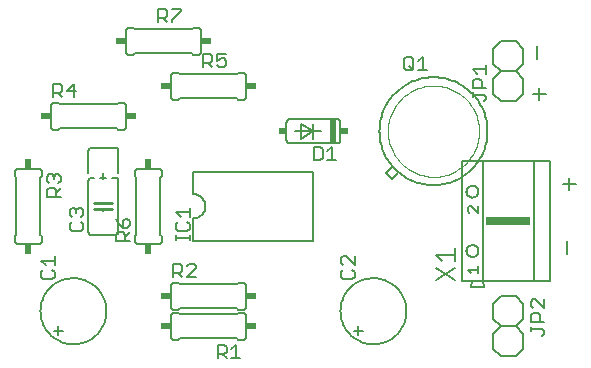
<source format=gto>
G75*
%MOIN*%
%OFA0B0*%
%FSLAX24Y24*%
%IPPOS*%
%LPD*%
%AMOC8*
5,1,8,0,0,1.08239X$1,22.5*
%
%ADD10C,0.0060*%
%ADD11C,0.0050*%
%ADD12R,0.0340X0.0240*%
%ADD13R,0.0240X0.0340*%
%ADD14R,0.0200X0.0800*%
%ADD15R,0.0250X0.0200*%
%ADD16C,0.0020*%
%ADD17C,0.0100*%
%ADD18R,0.1500X0.0300*%
%ADD19C,0.0070*%
D10*
X003145Y003640D02*
X003145Y003790D01*
X002995Y003790D01*
X003145Y003790D02*
X003145Y003940D01*
X003145Y003790D02*
X003295Y003790D01*
X002545Y004440D02*
X002547Y004506D01*
X002553Y004571D01*
X002563Y004636D01*
X002576Y004701D01*
X002594Y004764D01*
X002615Y004827D01*
X002640Y004887D01*
X002669Y004947D01*
X002701Y005004D01*
X002736Y005060D01*
X002775Y005113D01*
X002817Y005164D01*
X002861Y005212D01*
X002909Y005257D01*
X002959Y005300D01*
X003012Y005339D01*
X003067Y005376D01*
X003124Y005409D01*
X003183Y005438D01*
X003243Y005464D01*
X003305Y005486D01*
X003368Y005505D01*
X003432Y005519D01*
X003497Y005530D01*
X003563Y005537D01*
X003629Y005540D01*
X003694Y005539D01*
X003760Y005534D01*
X003825Y005525D01*
X003890Y005512D01*
X003953Y005496D01*
X004016Y005476D01*
X004077Y005451D01*
X004137Y005424D01*
X004195Y005393D01*
X004251Y005358D01*
X004305Y005320D01*
X004356Y005279D01*
X004405Y005235D01*
X004451Y005188D01*
X004495Y005139D01*
X004535Y005087D01*
X004572Y005032D01*
X004606Y004976D01*
X004636Y004917D01*
X004663Y004857D01*
X004686Y004796D01*
X004705Y004733D01*
X004721Y004669D01*
X004733Y004604D01*
X004741Y004539D01*
X004745Y004473D01*
X004745Y004407D01*
X004741Y004341D01*
X004733Y004276D01*
X004721Y004211D01*
X004705Y004147D01*
X004686Y004084D01*
X004663Y004023D01*
X004636Y003963D01*
X004606Y003904D01*
X004572Y003848D01*
X004535Y003793D01*
X004495Y003741D01*
X004451Y003692D01*
X004405Y003645D01*
X004356Y003601D01*
X004305Y003560D01*
X004251Y003522D01*
X004195Y003487D01*
X004137Y003456D01*
X004077Y003429D01*
X004016Y003404D01*
X003953Y003384D01*
X003890Y003368D01*
X003825Y003355D01*
X003760Y003346D01*
X003694Y003341D01*
X003629Y003340D01*
X003563Y003343D01*
X003497Y003350D01*
X003432Y003361D01*
X003368Y003375D01*
X003305Y003394D01*
X003243Y003416D01*
X003183Y003442D01*
X003124Y003471D01*
X003067Y003504D01*
X003012Y003541D01*
X002959Y003580D01*
X002909Y003623D01*
X002861Y003668D01*
X002817Y003716D01*
X002775Y003767D01*
X002736Y003820D01*
X002701Y003876D01*
X002669Y003933D01*
X002640Y003993D01*
X002615Y004053D01*
X002594Y004116D01*
X002576Y004179D01*
X002563Y004244D01*
X002553Y004309D01*
X002547Y004374D01*
X002545Y004440D01*
X002495Y006690D02*
X001795Y006690D01*
X001778Y006692D01*
X001761Y006696D01*
X001745Y006703D01*
X001731Y006713D01*
X001718Y006726D01*
X001708Y006740D01*
X001701Y006756D01*
X001697Y006773D01*
X001695Y006790D01*
X001695Y006940D01*
X001745Y006990D01*
X001745Y008890D01*
X001695Y008940D01*
X001695Y009090D01*
X001697Y009107D01*
X001701Y009124D01*
X001708Y009140D01*
X001718Y009154D01*
X001731Y009167D01*
X001745Y009177D01*
X001761Y009184D01*
X001778Y009188D01*
X001795Y009190D01*
X002495Y009190D01*
X002512Y009188D01*
X002529Y009184D01*
X002545Y009177D01*
X002559Y009167D01*
X002572Y009154D01*
X002582Y009140D01*
X002589Y009124D01*
X002593Y009107D01*
X002595Y009090D01*
X002595Y008940D01*
X002545Y008890D01*
X002545Y006990D01*
X002595Y006940D01*
X002595Y006790D01*
X002593Y006773D01*
X002589Y006756D01*
X002582Y006740D01*
X002572Y006726D01*
X002559Y006713D01*
X002545Y006703D01*
X002529Y006696D01*
X002512Y006692D01*
X002495Y006690D01*
X004145Y007090D02*
X004145Y008790D01*
X004147Y008807D01*
X004151Y008824D01*
X004158Y008840D01*
X004168Y008854D01*
X004181Y008867D01*
X004195Y008877D01*
X004211Y008884D01*
X004228Y008888D01*
X004245Y008890D01*
X004345Y008890D01*
X004545Y008890D02*
X004745Y008890D01*
X004645Y008840D02*
X004645Y009040D01*
X004945Y008890D02*
X005045Y008890D01*
X005062Y008888D01*
X005079Y008884D01*
X005095Y008877D01*
X005109Y008867D01*
X005122Y008854D01*
X005132Y008840D01*
X005139Y008824D01*
X005143Y008807D01*
X005145Y008790D01*
X005145Y007090D01*
X005143Y007073D01*
X005139Y007056D01*
X005132Y007040D01*
X005122Y007026D01*
X005109Y007013D01*
X005095Y007003D01*
X005079Y006996D01*
X005062Y006992D01*
X005045Y006990D01*
X004245Y006990D01*
X004228Y006992D01*
X004211Y006996D01*
X004195Y007003D01*
X004181Y007013D01*
X004168Y007026D01*
X004158Y007040D01*
X004151Y007056D01*
X004147Y007073D01*
X004145Y007090D01*
X004645Y007790D02*
X004645Y007840D01*
X004645Y008040D02*
X004645Y008090D01*
X005695Y008940D02*
X005745Y008890D01*
X005745Y006990D01*
X005695Y006940D01*
X005695Y006790D01*
X005697Y006773D01*
X005701Y006756D01*
X005708Y006740D01*
X005718Y006726D01*
X005731Y006713D01*
X005745Y006703D01*
X005761Y006696D01*
X005778Y006692D01*
X005795Y006690D01*
X006495Y006690D01*
X006512Y006692D01*
X006529Y006696D01*
X006545Y006703D01*
X006559Y006713D01*
X006572Y006726D01*
X006582Y006740D01*
X006589Y006756D01*
X006593Y006773D01*
X006595Y006790D01*
X006595Y006940D01*
X006545Y006990D01*
X006545Y008890D01*
X006595Y008940D01*
X006595Y009090D01*
X006593Y009107D01*
X006589Y009124D01*
X006582Y009140D01*
X006572Y009154D01*
X006559Y009167D01*
X006545Y009177D01*
X006529Y009184D01*
X006512Y009188D01*
X006495Y009190D01*
X005795Y009190D01*
X005778Y009188D01*
X005761Y009184D01*
X005745Y009177D01*
X005731Y009167D01*
X005718Y009154D01*
X005708Y009140D01*
X005701Y009124D01*
X005697Y009107D01*
X005695Y009090D01*
X005695Y008940D01*
X005145Y009040D02*
X005145Y009790D01*
X005143Y009807D01*
X005139Y009824D01*
X005132Y009840D01*
X005122Y009854D01*
X005109Y009867D01*
X005095Y009877D01*
X005079Y009884D01*
X005062Y009888D01*
X005045Y009890D01*
X004245Y009890D01*
X004228Y009888D01*
X004211Y009884D01*
X004195Y009877D01*
X004181Y009867D01*
X004168Y009854D01*
X004158Y009840D01*
X004151Y009824D01*
X004147Y009807D01*
X004145Y009790D01*
X004145Y009040D01*
X003145Y010490D02*
X003195Y010540D01*
X005095Y010540D01*
X005145Y010490D01*
X005295Y010490D01*
X005312Y010492D01*
X005329Y010496D01*
X005345Y010503D01*
X005359Y010513D01*
X005372Y010526D01*
X005382Y010540D01*
X005389Y010556D01*
X005393Y010573D01*
X005395Y010590D01*
X005395Y011290D01*
X005393Y011307D01*
X005389Y011324D01*
X005382Y011340D01*
X005372Y011354D01*
X005359Y011367D01*
X005345Y011377D01*
X005329Y011384D01*
X005312Y011388D01*
X005295Y011390D01*
X005145Y011390D01*
X005095Y011340D01*
X003195Y011340D01*
X003145Y011390D01*
X002995Y011390D01*
X002978Y011388D01*
X002961Y011384D01*
X002945Y011377D01*
X002931Y011367D01*
X002918Y011354D01*
X002908Y011340D01*
X002901Y011324D01*
X002897Y011307D01*
X002895Y011290D01*
X002895Y010590D01*
X002897Y010573D01*
X002901Y010556D01*
X002908Y010540D01*
X002918Y010526D01*
X002931Y010513D01*
X002945Y010503D01*
X002961Y010496D01*
X002978Y010492D01*
X002995Y010490D01*
X003145Y010490D01*
X005495Y012990D02*
X005645Y012990D01*
X005695Y013040D01*
X007595Y013040D01*
X007645Y012990D01*
X007795Y012990D01*
X007812Y012992D01*
X007829Y012996D01*
X007845Y013003D01*
X007859Y013013D01*
X007872Y013026D01*
X007882Y013040D01*
X007889Y013056D01*
X007893Y013073D01*
X007895Y013090D01*
X007895Y013790D01*
X007893Y013807D01*
X007889Y013824D01*
X007882Y013840D01*
X007872Y013854D01*
X007859Y013867D01*
X007845Y013877D01*
X007829Y013884D01*
X007812Y013888D01*
X007795Y013890D01*
X007645Y013890D01*
X007595Y013840D01*
X005695Y013840D01*
X005645Y013890D01*
X005495Y013890D01*
X005478Y013888D01*
X005461Y013884D01*
X005445Y013877D01*
X005431Y013867D01*
X005418Y013854D01*
X005408Y013840D01*
X005401Y013824D01*
X005397Y013807D01*
X005395Y013790D01*
X005395Y013090D01*
X005397Y013073D01*
X005401Y013056D01*
X005408Y013040D01*
X005418Y013026D01*
X005431Y013013D01*
X005445Y013003D01*
X005461Y012996D01*
X005478Y012992D01*
X005495Y012990D01*
X006895Y012290D02*
X006895Y011590D01*
X006897Y011573D01*
X006901Y011556D01*
X006908Y011540D01*
X006918Y011526D01*
X006931Y011513D01*
X006945Y011503D01*
X006961Y011496D01*
X006978Y011492D01*
X006995Y011490D01*
X007145Y011490D01*
X007195Y011540D01*
X009095Y011540D01*
X009145Y011490D01*
X009295Y011490D01*
X009312Y011492D01*
X009329Y011496D01*
X009345Y011503D01*
X009359Y011513D01*
X009372Y011526D01*
X009382Y011540D01*
X009389Y011556D01*
X009393Y011573D01*
X009395Y011590D01*
X009395Y012290D01*
X009393Y012307D01*
X009389Y012324D01*
X009382Y012340D01*
X009372Y012354D01*
X009359Y012367D01*
X009345Y012377D01*
X009329Y012384D01*
X009312Y012388D01*
X009295Y012390D01*
X009145Y012390D01*
X009095Y012340D01*
X007195Y012340D01*
X007145Y012390D01*
X006995Y012390D01*
X006978Y012388D01*
X006961Y012384D01*
X006945Y012377D01*
X006931Y012367D01*
X006918Y012354D01*
X006908Y012340D01*
X006901Y012324D01*
X006897Y012307D01*
X006895Y012290D01*
X010745Y010740D02*
X010745Y010140D01*
X010747Y010123D01*
X010751Y010106D01*
X010758Y010090D01*
X010768Y010076D01*
X010781Y010063D01*
X010795Y010053D01*
X010811Y010046D01*
X010828Y010042D01*
X010845Y010040D01*
X012445Y010040D01*
X012462Y010042D01*
X012479Y010046D01*
X012495Y010053D01*
X012509Y010063D01*
X012522Y010076D01*
X012532Y010090D01*
X012539Y010106D01*
X012543Y010123D01*
X012545Y010140D01*
X012545Y010740D01*
X012543Y010757D01*
X012539Y010774D01*
X012532Y010790D01*
X012522Y010804D01*
X012509Y010817D01*
X012495Y010827D01*
X012479Y010834D01*
X012462Y010838D01*
X012445Y010840D01*
X010845Y010840D01*
X010828Y010838D01*
X010811Y010834D01*
X010795Y010827D01*
X010781Y010817D01*
X010768Y010804D01*
X010758Y010790D01*
X010751Y010774D01*
X010747Y010757D01*
X010745Y010740D01*
X011045Y010440D02*
X011645Y010440D01*
X011645Y010690D01*
X011645Y010440D02*
X011645Y010190D01*
X011645Y010440D02*
X011245Y010190D01*
X011245Y010690D01*
X011645Y010440D01*
X011895Y010440D01*
X011645Y009090D02*
X011645Y006790D01*
X007645Y006790D01*
X007645Y007540D01*
X007684Y007542D01*
X007723Y007548D01*
X007761Y007557D01*
X007798Y007570D01*
X007834Y007587D01*
X007867Y007607D01*
X007899Y007631D01*
X007928Y007657D01*
X007954Y007686D01*
X007978Y007718D01*
X007998Y007751D01*
X008015Y007787D01*
X008028Y007824D01*
X008037Y007862D01*
X008043Y007901D01*
X008045Y007940D01*
X008043Y007979D01*
X008037Y008018D01*
X008028Y008056D01*
X008015Y008093D01*
X007998Y008129D01*
X007978Y008162D01*
X007954Y008194D01*
X007928Y008223D01*
X007899Y008249D01*
X007867Y008273D01*
X007834Y008293D01*
X007798Y008310D01*
X007761Y008323D01*
X007723Y008332D01*
X007684Y008338D01*
X007645Y008340D01*
X007645Y009090D01*
X011645Y009090D01*
X014055Y009050D02*
X014265Y008840D01*
X014475Y009050D01*
X014265Y009260D02*
X014055Y009050D01*
X013845Y010440D02*
X013847Y010524D01*
X013853Y010609D01*
X013863Y010692D01*
X013877Y010776D01*
X013894Y010858D01*
X013916Y010940D01*
X013941Y011020D01*
X013970Y011099D01*
X014003Y011177D01*
X014039Y011253D01*
X014079Y011328D01*
X014123Y011400D01*
X014169Y011471D01*
X014219Y011539D01*
X014272Y011604D01*
X014328Y011667D01*
X014387Y011728D01*
X014449Y011785D01*
X014513Y011840D01*
X014580Y011891D01*
X014649Y011940D01*
X014721Y011985D01*
X014794Y012026D01*
X014869Y012064D01*
X014946Y012099D01*
X015025Y012130D01*
X015105Y012157D01*
X015186Y012180D01*
X015268Y012200D01*
X015351Y012216D01*
X015434Y012228D01*
X015519Y012236D01*
X015603Y012240D01*
X015687Y012240D01*
X015771Y012236D01*
X015856Y012228D01*
X015939Y012216D01*
X016022Y012200D01*
X016104Y012180D01*
X016185Y012157D01*
X016265Y012130D01*
X016344Y012099D01*
X016421Y012064D01*
X016496Y012026D01*
X016569Y011985D01*
X016641Y011940D01*
X016710Y011891D01*
X016777Y011840D01*
X016841Y011785D01*
X016903Y011728D01*
X016962Y011667D01*
X017018Y011604D01*
X017071Y011539D01*
X017121Y011471D01*
X017167Y011400D01*
X017211Y011328D01*
X017251Y011253D01*
X017287Y011177D01*
X017320Y011099D01*
X017349Y011020D01*
X017374Y010940D01*
X017396Y010858D01*
X017413Y010776D01*
X017427Y010692D01*
X017437Y010609D01*
X017443Y010524D01*
X017445Y010440D01*
X017443Y010356D01*
X017437Y010271D01*
X017427Y010188D01*
X017413Y010104D01*
X017396Y010022D01*
X017374Y009940D01*
X017349Y009860D01*
X017320Y009781D01*
X017287Y009703D01*
X017251Y009627D01*
X017211Y009552D01*
X017167Y009480D01*
X017121Y009409D01*
X017071Y009341D01*
X017018Y009276D01*
X016962Y009213D01*
X016903Y009152D01*
X016841Y009095D01*
X016777Y009040D01*
X016710Y008989D01*
X016641Y008940D01*
X016569Y008895D01*
X016496Y008854D01*
X016421Y008816D01*
X016344Y008781D01*
X016265Y008750D01*
X016185Y008723D01*
X016104Y008700D01*
X016022Y008680D01*
X015939Y008664D01*
X015856Y008652D01*
X015771Y008644D01*
X015687Y008640D01*
X015603Y008640D01*
X015519Y008644D01*
X015434Y008652D01*
X015351Y008664D01*
X015268Y008680D01*
X015186Y008700D01*
X015105Y008723D01*
X015025Y008750D01*
X014946Y008781D01*
X014869Y008816D01*
X014794Y008854D01*
X014721Y008895D01*
X014649Y008940D01*
X014580Y008989D01*
X014513Y009040D01*
X014449Y009095D01*
X014387Y009152D01*
X014328Y009213D01*
X014272Y009276D01*
X014219Y009341D01*
X014169Y009409D01*
X014123Y009480D01*
X014079Y009552D01*
X014039Y009627D01*
X014003Y009703D01*
X013970Y009781D01*
X013941Y009860D01*
X013916Y009940D01*
X013894Y010022D01*
X013877Y010104D01*
X013863Y010188D01*
X013853Y010271D01*
X013847Y010356D01*
X013845Y010440D01*
X016595Y009440D02*
X017295Y009440D01*
X018995Y009440D01*
X019545Y009440D01*
X019545Y005440D01*
X018995Y005440D01*
X017295Y005440D01*
X017295Y009440D01*
X016595Y009440D02*
X016595Y005440D01*
X016945Y005440D01*
X017295Y005440D01*
X017345Y005240D01*
X016895Y005240D01*
X016945Y005440D01*
X017645Y004690D02*
X017645Y004190D01*
X017895Y003940D01*
X017645Y003690D01*
X017645Y003190D01*
X017895Y002940D01*
X018395Y002940D01*
X018645Y003190D01*
X018645Y003690D01*
X018395Y003940D01*
X017895Y003940D01*
X018395Y003940D02*
X018645Y004190D01*
X018645Y004690D01*
X018395Y004940D01*
X017895Y004940D01*
X017645Y004690D01*
X018995Y005440D02*
X018995Y009440D01*
X019963Y008684D02*
X020390Y008684D01*
X020176Y008897D02*
X020176Y008470D01*
X020082Y006790D02*
X020082Y006363D01*
X016745Y006450D02*
X016747Y006478D01*
X016753Y006505D01*
X016762Y006531D01*
X016775Y006556D01*
X016792Y006579D01*
X016811Y006599D01*
X016833Y006616D01*
X016857Y006630D01*
X016883Y006640D01*
X016910Y006647D01*
X016938Y006650D01*
X016966Y006649D01*
X016993Y006644D01*
X017020Y006635D01*
X017045Y006623D01*
X017068Y006608D01*
X017089Y006589D01*
X017107Y006568D01*
X017122Y006544D01*
X017133Y006518D01*
X017141Y006492D01*
X017145Y006464D01*
X017145Y006436D01*
X017141Y006408D01*
X017133Y006382D01*
X017122Y006356D01*
X017107Y006332D01*
X017089Y006311D01*
X017068Y006292D01*
X017045Y006277D01*
X017020Y006265D01*
X016993Y006256D01*
X016966Y006251D01*
X016938Y006250D01*
X016910Y006253D01*
X016883Y006260D01*
X016857Y006270D01*
X016833Y006284D01*
X016811Y006301D01*
X016792Y006321D01*
X016775Y006344D01*
X016762Y006369D01*
X016753Y006395D01*
X016747Y006422D01*
X016745Y006450D01*
X016745Y008430D02*
X016747Y008458D01*
X016753Y008485D01*
X016762Y008511D01*
X016775Y008536D01*
X016792Y008559D01*
X016811Y008579D01*
X016833Y008596D01*
X016857Y008610D01*
X016883Y008620D01*
X016910Y008627D01*
X016938Y008630D01*
X016966Y008629D01*
X016993Y008624D01*
X017020Y008615D01*
X017045Y008603D01*
X017068Y008588D01*
X017089Y008569D01*
X017107Y008548D01*
X017122Y008524D01*
X017133Y008498D01*
X017141Y008472D01*
X017145Y008444D01*
X017145Y008416D01*
X017141Y008388D01*
X017133Y008362D01*
X017122Y008336D01*
X017107Y008312D01*
X017089Y008291D01*
X017068Y008272D01*
X017045Y008257D01*
X017020Y008245D01*
X016993Y008236D01*
X016966Y008231D01*
X016938Y008230D01*
X016910Y008233D01*
X016883Y008240D01*
X016857Y008250D01*
X016833Y008264D01*
X016811Y008281D01*
X016792Y008301D01*
X016775Y008324D01*
X016762Y008349D01*
X016753Y008375D01*
X016747Y008402D01*
X016745Y008430D01*
X017895Y011440D02*
X017645Y011690D01*
X017645Y012190D01*
X017895Y012440D01*
X017645Y012690D01*
X017645Y013190D01*
X017895Y013440D01*
X018395Y013440D01*
X018645Y013190D01*
X018645Y012690D01*
X018395Y012440D01*
X018645Y012190D01*
X018645Y011690D01*
X018395Y011440D01*
X017895Y011440D01*
X018963Y011684D02*
X019390Y011684D01*
X019176Y011897D02*
X019176Y011470D01*
X018395Y012440D02*
X017895Y012440D01*
X019082Y012863D02*
X019082Y013290D01*
X009395Y005290D02*
X009395Y004590D01*
X009393Y004573D01*
X009389Y004556D01*
X009382Y004540D01*
X009372Y004526D01*
X009359Y004513D01*
X009345Y004503D01*
X009329Y004496D01*
X009312Y004492D01*
X009295Y004490D01*
X009145Y004490D01*
X009095Y004540D01*
X007195Y004540D01*
X007145Y004490D01*
X006995Y004490D01*
X006978Y004492D01*
X006961Y004496D01*
X006945Y004503D01*
X006931Y004513D01*
X006918Y004526D01*
X006908Y004540D01*
X006901Y004556D01*
X006897Y004573D01*
X006895Y004590D01*
X006895Y005290D01*
X006897Y005307D01*
X006901Y005324D01*
X006908Y005340D01*
X006918Y005354D01*
X006931Y005367D01*
X006945Y005377D01*
X006961Y005384D01*
X006978Y005388D01*
X006995Y005390D01*
X007145Y005390D01*
X007195Y005340D01*
X009095Y005340D01*
X009145Y005390D01*
X009295Y005390D01*
X009312Y005388D01*
X009329Y005384D01*
X009345Y005377D01*
X009359Y005367D01*
X009372Y005354D01*
X009382Y005340D01*
X009389Y005324D01*
X009393Y005307D01*
X009395Y005290D01*
X009295Y004390D02*
X009145Y004390D01*
X009095Y004340D01*
X007195Y004340D01*
X007145Y004390D01*
X006995Y004390D01*
X006978Y004388D01*
X006961Y004384D01*
X006945Y004377D01*
X006931Y004367D01*
X006918Y004354D01*
X006908Y004340D01*
X006901Y004324D01*
X006897Y004307D01*
X006895Y004290D01*
X006895Y003590D01*
X006897Y003573D01*
X006901Y003556D01*
X006908Y003540D01*
X006918Y003526D01*
X006931Y003513D01*
X006945Y003503D01*
X006961Y003496D01*
X006978Y003492D01*
X006995Y003490D01*
X007145Y003490D01*
X007195Y003540D01*
X009095Y003540D01*
X009145Y003490D01*
X009295Y003490D01*
X009312Y003492D01*
X009329Y003496D01*
X009345Y003503D01*
X009359Y003513D01*
X009372Y003526D01*
X009382Y003540D01*
X009389Y003556D01*
X009393Y003573D01*
X009395Y003590D01*
X009395Y004290D01*
X009393Y004307D01*
X009389Y004324D01*
X009382Y004340D01*
X009372Y004354D01*
X009359Y004367D01*
X009345Y004377D01*
X009329Y004384D01*
X009312Y004388D01*
X009295Y004390D01*
X012995Y003790D02*
X013145Y003790D01*
X013145Y003940D01*
X013145Y003790D02*
X013295Y003790D01*
X013145Y003790D02*
X013145Y003640D01*
X012545Y004440D02*
X012547Y004506D01*
X012553Y004571D01*
X012563Y004636D01*
X012576Y004701D01*
X012594Y004764D01*
X012615Y004827D01*
X012640Y004887D01*
X012669Y004947D01*
X012701Y005004D01*
X012736Y005060D01*
X012775Y005113D01*
X012817Y005164D01*
X012861Y005212D01*
X012909Y005257D01*
X012959Y005300D01*
X013012Y005339D01*
X013067Y005376D01*
X013124Y005409D01*
X013183Y005438D01*
X013243Y005464D01*
X013305Y005486D01*
X013368Y005505D01*
X013432Y005519D01*
X013497Y005530D01*
X013563Y005537D01*
X013629Y005540D01*
X013694Y005539D01*
X013760Y005534D01*
X013825Y005525D01*
X013890Y005512D01*
X013953Y005496D01*
X014016Y005476D01*
X014077Y005451D01*
X014137Y005424D01*
X014195Y005393D01*
X014251Y005358D01*
X014305Y005320D01*
X014356Y005279D01*
X014405Y005235D01*
X014451Y005188D01*
X014495Y005139D01*
X014535Y005087D01*
X014572Y005032D01*
X014606Y004976D01*
X014636Y004917D01*
X014663Y004857D01*
X014686Y004796D01*
X014705Y004733D01*
X014721Y004669D01*
X014733Y004604D01*
X014741Y004539D01*
X014745Y004473D01*
X014745Y004407D01*
X014741Y004341D01*
X014733Y004276D01*
X014721Y004211D01*
X014705Y004147D01*
X014686Y004084D01*
X014663Y004023D01*
X014636Y003963D01*
X014606Y003904D01*
X014572Y003848D01*
X014535Y003793D01*
X014495Y003741D01*
X014451Y003692D01*
X014405Y003645D01*
X014356Y003601D01*
X014305Y003560D01*
X014251Y003522D01*
X014195Y003487D01*
X014137Y003456D01*
X014077Y003429D01*
X014016Y003404D01*
X013953Y003384D01*
X013890Y003368D01*
X013825Y003355D01*
X013760Y003346D01*
X013694Y003341D01*
X013629Y003340D01*
X013563Y003343D01*
X013497Y003350D01*
X013432Y003361D01*
X013368Y003375D01*
X013305Y003394D01*
X013243Y003416D01*
X013183Y003442D01*
X013124Y003471D01*
X013067Y003504D01*
X013012Y003541D01*
X012959Y003580D01*
X012909Y003623D01*
X012861Y003668D01*
X012817Y003716D01*
X012775Y003767D01*
X012736Y003820D01*
X012701Y003876D01*
X012669Y003933D01*
X012640Y003993D01*
X012615Y004053D01*
X012594Y004116D01*
X012576Y004179D01*
X012563Y004244D01*
X012553Y004309D01*
X012547Y004374D01*
X012545Y004440D01*
D11*
X012645Y005515D02*
X012945Y005515D01*
X013020Y005590D01*
X013020Y005740D01*
X012945Y005815D01*
X013020Y005975D02*
X012720Y006275D01*
X012645Y006275D01*
X012570Y006200D01*
X012570Y006050D01*
X012645Y005975D01*
X012645Y005815D02*
X012570Y005740D01*
X012570Y005590D01*
X012645Y005515D01*
X013020Y005975D02*
X013020Y006275D01*
X016780Y005828D02*
X017120Y005828D01*
X017120Y005715D02*
X017120Y005941D01*
X016893Y005715D02*
X016780Y005828D01*
X018890Y004759D02*
X018890Y004609D01*
X018965Y004534D01*
X018965Y004374D02*
X019115Y004374D01*
X019190Y004299D01*
X019190Y004074D01*
X019340Y004074D02*
X018890Y004074D01*
X018890Y004299D01*
X018965Y004374D01*
X019340Y004534D02*
X019040Y004834D01*
X018965Y004834D01*
X018890Y004759D01*
X019340Y004834D02*
X019340Y004534D01*
X019265Y003839D02*
X018890Y003839D01*
X018890Y003764D02*
X018890Y003914D01*
X019265Y003839D02*
X019340Y003764D01*
X019340Y003689D01*
X019265Y003613D01*
X017120Y007715D02*
X016893Y007941D01*
X016837Y007941D01*
X016780Y007885D01*
X016780Y007771D01*
X016837Y007715D01*
X017120Y007715D02*
X017120Y007941D01*
X017325Y011435D02*
X017400Y011510D01*
X017400Y011585D01*
X017325Y011660D01*
X016950Y011660D01*
X016950Y011585D02*
X016950Y011735D01*
X016950Y011895D02*
X016950Y012120D01*
X017025Y012195D01*
X017175Y012195D01*
X017250Y012120D01*
X017250Y011895D01*
X017400Y011895D02*
X016950Y011895D01*
X017100Y012355D02*
X016950Y012506D01*
X017400Y012506D01*
X017400Y012656D02*
X017400Y012355D01*
X015431Y012465D02*
X015131Y012465D01*
X015281Y012465D02*
X015281Y012915D01*
X015131Y012765D01*
X014970Y012840D02*
X014970Y012540D01*
X014895Y012465D01*
X014745Y012465D01*
X014670Y012540D01*
X014670Y012840D01*
X014745Y012915D01*
X014895Y012915D01*
X014970Y012840D01*
X014820Y012615D02*
X014970Y012465D01*
X012260Y009915D02*
X012260Y009465D01*
X012110Y009465D02*
X012410Y009465D01*
X011950Y009540D02*
X011950Y009840D01*
X011875Y009915D01*
X011649Y009915D01*
X011649Y009465D01*
X011875Y009465D01*
X011950Y009540D01*
X012110Y009765D02*
X012260Y009915D01*
X008731Y012640D02*
X008656Y012565D01*
X008506Y012565D01*
X008431Y012640D01*
X008431Y012790D02*
X008581Y012865D01*
X008656Y012865D01*
X008731Y012790D01*
X008731Y012640D01*
X008431Y012790D02*
X008431Y013015D01*
X008731Y013015D01*
X008270Y012940D02*
X008270Y012790D01*
X008195Y012715D01*
X007970Y012715D01*
X008120Y012715D02*
X008270Y012565D01*
X007970Y012565D02*
X007970Y013015D01*
X008195Y013015D01*
X008270Y012940D01*
X006931Y014065D02*
X006931Y014140D01*
X007231Y014440D01*
X007231Y014515D01*
X006931Y014515D01*
X006770Y014440D02*
X006770Y014290D01*
X006695Y014215D01*
X006470Y014215D01*
X006620Y014215D02*
X006770Y014065D01*
X006470Y014065D02*
X006470Y014515D01*
X006695Y014515D01*
X006770Y014440D01*
X003656Y012015D02*
X003431Y011790D01*
X003731Y011790D01*
X003656Y011565D02*
X003656Y012015D01*
X003270Y011940D02*
X003270Y011790D01*
X003195Y011715D01*
X002970Y011715D01*
X003120Y011715D02*
X003270Y011565D01*
X002970Y011565D02*
X002970Y012015D01*
X003195Y012015D01*
X003270Y011940D01*
X003145Y009004D02*
X003220Y008929D01*
X003220Y008779D01*
X003145Y008704D01*
X003220Y008544D02*
X003070Y008394D01*
X003070Y008469D02*
X003070Y008244D01*
X003220Y008244D02*
X002770Y008244D01*
X002770Y008469D01*
X002845Y008544D01*
X002995Y008544D01*
X003070Y008469D01*
X002845Y008704D02*
X002770Y008779D01*
X002770Y008929D01*
X002845Y009004D01*
X002920Y009004D01*
X002995Y008929D01*
X003070Y009004D01*
X003145Y009004D01*
X002995Y008929D02*
X002995Y008854D01*
X003595Y007875D02*
X003670Y007875D01*
X003745Y007800D01*
X003820Y007875D01*
X003895Y007875D01*
X003970Y007800D01*
X003970Y007650D01*
X003895Y007575D01*
X003895Y007415D02*
X003970Y007340D01*
X003970Y007190D01*
X003895Y007115D01*
X003595Y007115D01*
X003520Y007190D01*
X003520Y007340D01*
X003595Y007415D01*
X003595Y007575D02*
X003520Y007650D01*
X003520Y007800D01*
X003595Y007875D01*
X003745Y007800D02*
X003745Y007725D01*
X005070Y007525D02*
X005145Y007375D01*
X005295Y007225D01*
X005295Y007450D01*
X005370Y007525D01*
X005445Y007525D01*
X005520Y007450D01*
X005520Y007300D01*
X005445Y007225D01*
X005295Y007225D01*
X005295Y007065D02*
X005370Y006990D01*
X005370Y006765D01*
X005370Y006915D02*
X005520Y007065D01*
X005295Y007065D02*
X005145Y007065D01*
X005070Y006990D01*
X005070Y006765D01*
X005520Y006765D01*
X006970Y006015D02*
X007195Y006015D01*
X007270Y005940D01*
X007270Y005790D01*
X007195Y005715D01*
X006970Y005715D01*
X007120Y005715D02*
X007270Y005565D01*
X007431Y005565D02*
X007731Y005865D01*
X007731Y005940D01*
X007656Y006015D01*
X007506Y006015D01*
X007431Y005940D01*
X007431Y005565D02*
X007731Y005565D01*
X006970Y005565D02*
X006970Y006015D01*
X007070Y006815D02*
X007070Y006965D01*
X007070Y006890D02*
X007520Y006890D01*
X007520Y006815D02*
X007520Y006965D01*
X007445Y007122D02*
X007145Y007122D01*
X007070Y007197D01*
X007070Y007347D01*
X007145Y007422D01*
X007220Y007582D02*
X007070Y007732D01*
X007520Y007732D01*
X007520Y007582D02*
X007520Y007882D01*
X007445Y007422D02*
X007520Y007347D01*
X007520Y007197D01*
X007445Y007122D01*
X003020Y006275D02*
X003020Y005975D01*
X003020Y006125D02*
X002570Y006125D01*
X002720Y005975D01*
X002645Y005815D02*
X002570Y005740D01*
X002570Y005590D01*
X002645Y005515D01*
X002945Y005515D01*
X003020Y005590D01*
X003020Y005740D01*
X002945Y005815D01*
X008449Y003315D02*
X008449Y002865D01*
X008449Y003015D02*
X008675Y003015D01*
X008750Y003090D01*
X008750Y003240D01*
X008675Y003315D01*
X008449Y003315D01*
X008600Y003015D02*
X008750Y002865D01*
X008910Y002865D02*
X009210Y002865D01*
X009060Y002865D02*
X009060Y003315D01*
X008910Y003165D01*
D12*
X009565Y003940D03*
X009565Y004940D03*
X006725Y004940D03*
X006725Y003940D03*
X005565Y010940D03*
X006725Y011940D03*
X008065Y013440D03*
X009565Y011940D03*
X005225Y013440D03*
X002725Y010940D03*
D13*
X002145Y009360D03*
X002145Y006520D03*
X006145Y006520D03*
X006145Y009360D03*
D14*
X012295Y010440D03*
D15*
X012670Y010440D03*
X010620Y010440D03*
D16*
X014125Y010440D02*
X014127Y010518D01*
X014133Y010595D01*
X014143Y010672D01*
X014157Y010748D01*
X014174Y010824D01*
X014196Y010899D01*
X014221Y010972D01*
X014250Y011044D01*
X014283Y011114D01*
X014319Y011183D01*
X014359Y011250D01*
X014402Y011314D01*
X014448Y011377D01*
X014497Y011437D01*
X014550Y011494D01*
X014605Y011549D01*
X014663Y011600D01*
X014724Y011649D01*
X014786Y011694D01*
X014852Y011737D01*
X014919Y011775D01*
X014988Y011811D01*
X015059Y011842D01*
X015131Y011871D01*
X015205Y011895D01*
X015280Y011915D01*
X015356Y011932D01*
X015432Y011945D01*
X015509Y011954D01*
X015587Y011959D01*
X015664Y011960D01*
X015742Y011957D01*
X015819Y011950D01*
X015896Y011939D01*
X015972Y011924D01*
X016048Y011906D01*
X016122Y011883D01*
X016195Y011857D01*
X016267Y011827D01*
X016337Y011793D01*
X016405Y011756D01*
X016471Y011716D01*
X016535Y011672D01*
X016597Y011625D01*
X016656Y011575D01*
X016713Y011522D01*
X016767Y011466D01*
X016818Y011407D01*
X016866Y011346D01*
X016910Y011282D01*
X016952Y011217D01*
X016990Y011149D01*
X017024Y011079D01*
X017055Y011008D01*
X017082Y010935D01*
X017105Y010861D01*
X017125Y010786D01*
X017141Y010710D01*
X017153Y010634D01*
X017161Y010556D01*
X017165Y010479D01*
X017165Y010401D01*
X017161Y010324D01*
X017153Y010246D01*
X017141Y010170D01*
X017125Y010094D01*
X017105Y010019D01*
X017082Y009945D01*
X017055Y009872D01*
X017024Y009801D01*
X016990Y009731D01*
X016952Y009663D01*
X016910Y009598D01*
X016866Y009534D01*
X016818Y009473D01*
X016767Y009414D01*
X016713Y009358D01*
X016656Y009305D01*
X016597Y009255D01*
X016535Y009208D01*
X016471Y009164D01*
X016405Y009124D01*
X016337Y009087D01*
X016267Y009053D01*
X016195Y009023D01*
X016122Y008997D01*
X016048Y008974D01*
X015972Y008956D01*
X015896Y008941D01*
X015819Y008930D01*
X015742Y008923D01*
X015664Y008920D01*
X015587Y008921D01*
X015509Y008926D01*
X015432Y008935D01*
X015356Y008948D01*
X015280Y008965D01*
X015205Y008985D01*
X015131Y009009D01*
X015059Y009038D01*
X014988Y009069D01*
X014919Y009105D01*
X014852Y009143D01*
X014786Y009186D01*
X014724Y009231D01*
X014663Y009280D01*
X014605Y009331D01*
X014550Y009386D01*
X014497Y009443D01*
X014448Y009503D01*
X014402Y009566D01*
X014359Y009630D01*
X014319Y009697D01*
X014283Y009766D01*
X014250Y009836D01*
X014221Y009908D01*
X014196Y009981D01*
X014174Y010056D01*
X014157Y010132D01*
X014143Y010208D01*
X014133Y010285D01*
X014127Y010362D01*
X014125Y010440D01*
D17*
X004945Y008040D02*
X004645Y008040D01*
X004345Y008040D01*
X004345Y007840D02*
X004645Y007840D01*
X004945Y007840D01*
D18*
X018145Y007440D03*
D19*
X016360Y006540D02*
X016360Y006119D01*
X016360Y006329D02*
X015730Y006329D01*
X015940Y006119D01*
X015730Y005895D02*
X016360Y005475D01*
X016360Y005895D02*
X015730Y005475D01*
M02*

</source>
